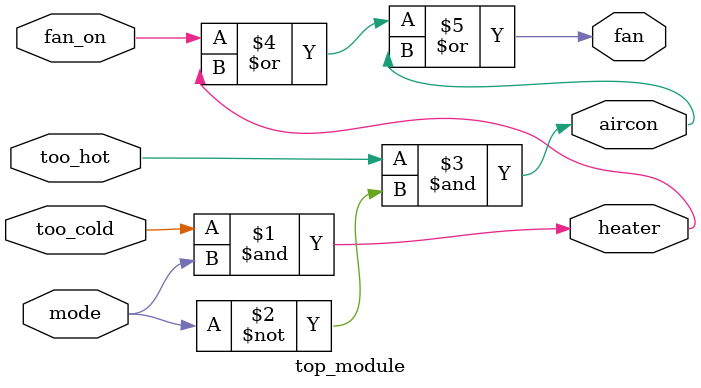
<source format=v>
module top_module (
    input too_cold,
    input too_hot,
    input mode,
    input fan_on,
    output heater,
    output aircon,
    output fan
); 
    
    assign heater = too_cold & mode;
    assign aircon = too_hot & (~mode);
    assign fan = fan_on | heater | aircon ;

endmodule

</source>
